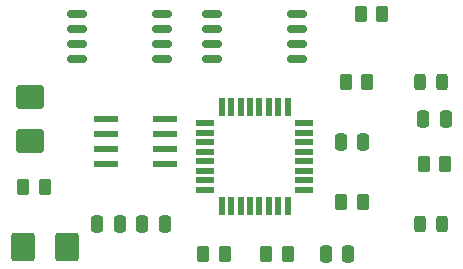
<source format=gtp>
%TF.GenerationSoftware,KiCad,Pcbnew,9.0.6-9.0.6~ubuntu24.04.1*%
%TF.CreationDate,2025-12-02T23:55:24-06:00*%
%TF.ProjectId,mcu_datalogger,6d63755f-6461-4746-916c-6f676765722e,v1*%
%TF.SameCoordinates,Original*%
%TF.FileFunction,Paste,Top*%
%TF.FilePolarity,Positive*%
%FSLAX46Y46*%
G04 Gerber Fmt 4.6, Leading zero omitted, Abs format (unit mm)*
G04 Created by KiCad (PCBNEW 9.0.6-9.0.6~ubuntu24.04.1) date 2025-12-02 23:55:24*
%MOMM*%
%LPD*%
G01*
G04 APERTURE LIST*
G04 Aperture macros list*
%AMRoundRect*
0 Rectangle with rounded corners*
0 $1 Rounding radius*
0 $2 $3 $4 $5 $6 $7 $8 $9 X,Y pos of 4 corners*
0 Add a 4 corners polygon primitive as box body*
4,1,4,$2,$3,$4,$5,$6,$7,$8,$9,$2,$3,0*
0 Add four circle primitives for the rounded corners*
1,1,$1+$1,$2,$3*
1,1,$1+$1,$4,$5*
1,1,$1+$1,$6,$7*
1,1,$1+$1,$8,$9*
0 Add four rect primitives between the rounded corners*
20,1,$1+$1,$2,$3,$4,$5,0*
20,1,$1+$1,$4,$5,$6,$7,0*
20,1,$1+$1,$6,$7,$8,$9,0*
20,1,$1+$1,$8,$9,$2,$3,0*%
G04 Aperture macros list end*
%ADD10RoundRect,0.250000X-0.750000X-0.950000X0.750000X-0.950000X0.750000X0.950000X-0.750000X0.950000X0*%
%ADD11RoundRect,0.250000X-0.262500X-0.450000X0.262500X-0.450000X0.262500X0.450000X-0.262500X0.450000X0*%
%ADD12RoundRect,0.250000X-0.250000X-0.475000X0.250000X-0.475000X0.250000X0.475000X-0.250000X0.475000X0*%
%ADD13RoundRect,0.250000X0.950000X-0.750000X0.950000X0.750000X-0.950000X0.750000X-0.950000X-0.750000X0*%
%ADD14RoundRect,0.243750X-0.243750X-0.456250X0.243750X-0.456250X0.243750X0.456250X-0.243750X0.456250X0*%
%ADD15RoundRect,0.162500X-0.650000X-0.162500X0.650000X-0.162500X0.650000X0.162500X-0.650000X0.162500X0*%
%ADD16RoundRect,0.073750X-0.911250X-0.221250X0.911250X-0.221250X0.911250X0.221250X-0.911250X0.221250X0*%
%ADD17RoundRect,0.068750X-0.666250X-0.206250X0.666250X-0.206250X0.666250X0.206250X-0.666250X0.206250X0*%
%ADD18RoundRect,0.068750X-0.206250X-0.666250X0.206250X-0.666250X0.206250X0.666250X-0.206250X0.666250X0*%
G04 APERTURE END LIST*
D10*
%TO.C,Y1*%
X69270000Y-66040000D03*
X72970000Y-66040000D03*
%TD*%
D11*
%TO.C,R6*%
X84535000Y-66675000D03*
X86360000Y-66675000D03*
%TD*%
D12*
%TO.C,C1*%
X79375000Y-64135000D03*
X81275000Y-64135000D03*
%TD*%
%TO.C,C3*%
X96205000Y-57150000D03*
X98105000Y-57150000D03*
%TD*%
D11*
%TO.C,R5*%
X69295000Y-60960000D03*
X71120000Y-60960000D03*
%TD*%
D13*
%TO.C,Y2*%
X69850000Y-57095000D03*
X69850000Y-53395000D03*
%TD*%
D11*
%TO.C,R2*%
X103227500Y-59055000D03*
X105052500Y-59055000D03*
%TD*%
D14*
%TO.C,D1*%
X102900000Y-64135000D03*
X104775000Y-64135000D03*
%TD*%
D15*
%TO.C,U2*%
X73882500Y-46355000D03*
X73882500Y-47625000D03*
X73882500Y-48895000D03*
X73882500Y-50165000D03*
X81057500Y-50165000D03*
X81057500Y-48895000D03*
X81057500Y-47625000D03*
X81057500Y-46355000D03*
%TD*%
%TO.C,U1*%
X85312500Y-46355000D03*
X85312500Y-47625000D03*
X85312500Y-48895000D03*
X85312500Y-50165000D03*
X92487500Y-50165000D03*
X92487500Y-48895000D03*
X92487500Y-47625000D03*
X92487500Y-46355000D03*
%TD*%
D16*
%TO.C,U3*%
X76330000Y-55245000D03*
X76330000Y-56515000D03*
X76330000Y-57785000D03*
X76330000Y-59055000D03*
X81280000Y-59055000D03*
X81280000Y-57785000D03*
X81280000Y-56515000D03*
X81280000Y-55245000D03*
%TD*%
D12*
%TO.C,C2*%
X75565000Y-64135000D03*
X77465000Y-64135000D03*
%TD*%
D14*
%TO.C,D2*%
X102900000Y-52070000D03*
X104775000Y-52070000D03*
%TD*%
D11*
%TO.C,R4*%
X96600000Y-52070000D03*
X98425000Y-52070000D03*
%TD*%
%TO.C,R1*%
X97870000Y-46355000D03*
X99695000Y-46355000D03*
%TD*%
%TO.C,R3*%
X96242500Y-62230000D03*
X98067500Y-62230000D03*
%TD*%
D17*
%TO.C,U4*%
X84730000Y-55620000D03*
X84730000Y-56420000D03*
X84730000Y-57220000D03*
X84730000Y-58020000D03*
X84730000Y-58820000D03*
X84730000Y-59620000D03*
X84730000Y-60420000D03*
X84730000Y-61220000D03*
D18*
X86100000Y-62590000D03*
X86900000Y-62590000D03*
X87700000Y-62590000D03*
X88500000Y-62590000D03*
X89300000Y-62590000D03*
X90100000Y-62590000D03*
X90900000Y-62590000D03*
X91700000Y-62590000D03*
D17*
X93070000Y-61220000D03*
X93070000Y-60420000D03*
X93070000Y-59620000D03*
X93070000Y-58820000D03*
X93070000Y-58020000D03*
X93070000Y-57220000D03*
X93070000Y-56420000D03*
X93070000Y-55620000D03*
D18*
X91700000Y-54250000D03*
X90900000Y-54250000D03*
X90100000Y-54250000D03*
X89300000Y-54250000D03*
X88500000Y-54250000D03*
X87700000Y-54250000D03*
X86900000Y-54250000D03*
X86100000Y-54250000D03*
%TD*%
D12*
%TO.C,C4*%
X94935000Y-66675000D03*
X96835000Y-66675000D03*
%TD*%
%TO.C,C5*%
X103190000Y-55245000D03*
X105090000Y-55245000D03*
%TD*%
D11*
%TO.C,R7*%
X89892500Y-66675000D03*
X91717500Y-66675000D03*
%TD*%
M02*

</source>
